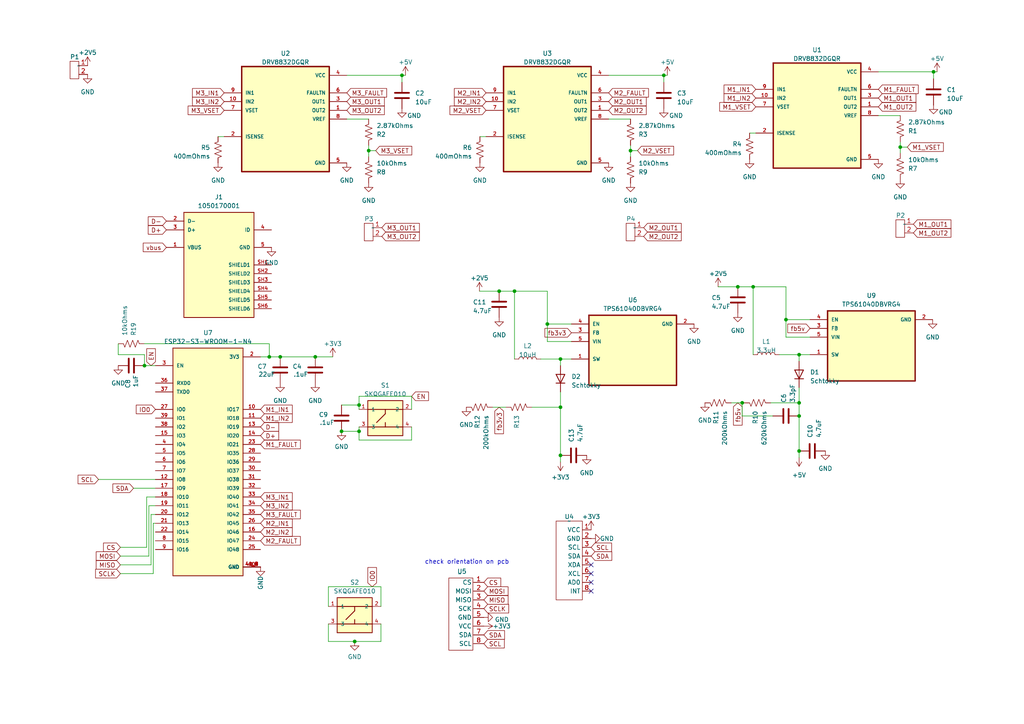
<source format=kicad_sch>
(kicad_sch (version 20230121) (generator eeschema)
  (paper "A4")
  (lib_symbols
    (symbol "1050170001:1050170001" (pin_names (offset 1.016))
      (property "Reference" "J" (at -10.16 16.51 0))
      (property "Value" "1050170001" (at -10.16 -17.78 0))
      (symbol "1050170001_0_0"
        (rectangle (start -10.16 -15.24) (end 10.16 15.24) (stroke (width 0.254)) (fill (type background)))
        (pin power_in line (at -15.24 5.08 0) (length 5.08) (name "VBUS") (number "1"))
        (pin bidirectional line (at -15.24 12.7 0) (length 5.08) (name "D-") (number "2"))
        (pin bidirectional line (at -15.24 10.16 0) (length 5.08) (name "D+") (number "3"))
        (pin bidirectional line (at 15.24 10.16 180) (length 5.08) (name "ID") (number "4"))
        (pin power_in line (at 15.24 5.08 180) (length 5.08) (name "GND") (number "5"))
        (pin passive line (at 15.24 0 180) (length 5.08) (name "SHIELD1") (number "SH1"))
        (pin passive line (at 15.24 -2.54 180) (length 5.08) (name "SHIELD2") (number "SH2"))
        (pin passive line (at 15.24 -5.08 180) (length 5.08) (name "SHIELD3") (number "SH3"))
        (pin passive line (at 15.24 -7.62 180) (length 5.08) (name "SHIELD4") (number "SH4"))
        (pin passive line (at 15.24 -10.16 180) (length 5.08) (name "SHIELD5") (number "SH5"))
        (pin passive line (at 15.24 -12.7 180) (length 5.08) (name "SHIELD6") (number "SH6"))
      )
    )
    (symbol "DRV8832DGQR:DRV8832DGQR" (pin_names (offset 1.016))
      (property "Reference" "U" (at -12.7 16.24 0))
      (property "Value" "DRV8832DGQR" (at -12.7 -19.24 0))
      (symbol "DRV8832DGQR_0_0"
        (rectangle (start -12.7 -15.24) (end 12.7 15.24) (stroke (width 0.41)) (fill (type background)))
        (pin output line (at 17.78 2.54 180) (length 5.08) (name "OUT2") (number "1"))
        (pin input line (at -17.78 5.08 0) (length 5.08) (name "IN2") (number "10"))
        (pin bidirectional line (at -17.78 -5.08 0) (length 5.08) (name "ISENSE") (number "2"))
        (pin output line (at 17.78 5.08 180) (length 5.08) (name "OUT1") (number "3"))
        (pin power_in line (at 17.78 12.7 180) (length 5.08) (name "VCC") (number "4"))
        (pin power_in line (at 17.78 -12.7 180) (length 5.08) (name "GND") (number "5"))
        (pin output line (at 17.78 7.62 180) (length 5.08) (name "FAULTN") (number "6"))
        (pin input line (at -17.78 2.54 0) (length 5.08) (name "VSET") (number "7"))
        (pin output line (at 17.78 0 180) (length 5.08) (name "VREF") (number "8"))
        (pin input line (at -17.78 7.62 0) (length 5.08) (name "IN1") (number "9"))
      )
    )
    (symbol "Device:C" (pin_numbers hide) (pin_names (offset 0.254))
      (property "Reference" "C" (at 0.635 2.54 0))
      (property "Value" "C" (at 0.635 -2.54 0))
      (symbol "C_0_1"
        (polyline (pts (xy -2.032 -0.762) (xy 2.032 -0.762)) (stroke (width 0.508)))
        (polyline (pts (xy -2.032 0.762) (xy 2.032 0.762)) (stroke (width 0.508)))
      )
      (symbol "C_1_1"
        (pin passive line (at 0 3.81 270) (length 2.794) (name "~") (number "1"))
        (pin passive line (at 0 -3.81 90) (length 2.794) (name "~") (number "2"))
      )
    )
    (symbol "Device:L" (pin_numbers hide) (pin_names (offset 1.016) hide)
      (property "Reference" "L" (at -1.27 0 90))
      (property "Value" "L" (at 1.905 0 90))
      (symbol "L_0_1"
        (arc (start 0 -2.54) (mid 0.6323 -1.905) (end 0 -1.27))
        (arc (start 0 -1.27) (mid 0.6323 -0.635) (end 0 0))
        (arc (start 0 0) (mid 0.6323 0.635) (end 0 1.27))
        (arc (start 0 1.27) (mid 0.6323 1.905) (end 0 2.54))
      )
      (symbol "L_1_1"
        (pin passive line (at 0 3.81 270) (length 1.27) (name "1") (number "1"))
        (pin passive line (at 0 -3.81 90) (length 1.27) (name "2") (number "2"))
      )
    )
    (symbol "Device:R_US" (pin_numbers hide) (pin_names (offset 0))
      (property "Reference" "R" (at 2.54 0 90))
      (property "Value" "R_US" (at -2.54 0 90))
      (symbol "R_US_0_1"
        (polyline (pts (xy 0 -2.286) (xy 0 -2.54)))
        (polyline (pts (xy 0 2.286) (xy 0 2.54)))
        (polyline (pts (xy 0 -0.762) (xy 1.016 -1.143) (xy 0 -1.524) (xy -1.016 -1.905) (xy 0 -2.286)))
        (polyline (pts (xy 0 0.762) (xy 1.016 0.381) (xy 0 0) (xy -1.016 -0.381) (xy 0 -0.762)))
        (polyline (pts (xy 0 2.286) (xy 1.016 1.905) (xy 0 1.524) (xy -1.016 1.143) (xy 0 0.762)))
      )
      (symbol "R_US_1_1"
        (pin passive line (at 0 3.81 270) (length 1.27) (name "~") (number "1"))
        (pin passive line (at 0 -3.81 90) (length 1.27) (name "~") (number "2"))
      )
    )
    (symbol "Diode:1N5403" (pin_numbers hide) (pin_names hide)
      (property "Reference" "D" (at 0 2.54 0))
      (property "Value" "1N5403" (at 0 -2.54 0))
      (symbol "1N5403_0_1"
        (polyline (pts (xy -1.27 1.27) (xy -1.27 -1.27)) (stroke (width 0.254)))
        (polyline (pts (xy 1.27 0) (xy -1.27 0)))
        (polyline (pts (xy 1.27 1.27) (xy 1.27 -1.27) (xy -1.27 0) (xy 1.27 1.27)) (stroke (width 0.254)))
      )
      (symbol "1N5403_1_1"
        (pin passive line (at -3.81 0 0) (length 2.54) (name "K") (number "1"))
        (pin passive line (at 3.81 0 180) (length 2.54) (name "A") (number "2"))
      )
    )
    (symbol "ESP32-S3-WROOM-1-N4:ESP32-S3-WROOM-1-N4" (pin_names (offset 1.016))
      (property "Reference" "U" (at -10.16 34.1122 0))
      (property "Value" "ESP32-S3-WROOM-1-N4" (at -10.16 -35.56 0))
      (symbol "ESP32-S3-WROOM-1-N4_0_0"
        (rectangle (start -10.16 -33.02) (end 10.16 33.02) (stroke (width 0.254)) (fill (type background)))
        (pin power_in line (at 15.24 -30.48 180) (length 5.08) (name "GND") (number "1"))
        (pin bidirectional line (at 15.24 15.24 180) (length 5.08) (name "IO17") (number "10"))
        (pin bidirectional line (at 15.24 12.7 180) (length 5.08) (name "IO18") (number "11"))
        (pin bidirectional line (at -15.24 -5.08 0) (length 5.08) (name "IO8") (number "12"))
        (pin bidirectional line (at 15.24 10.16 180) (length 5.08) (name "IO19") (number "13"))
        (pin bidirectional line (at 15.24 7.62 180) (length 5.08) (name "IO20") (number "14"))
        (pin bidirectional line (at -15.24 7.62 0) (length 5.08) (name "IO3") (number "15"))
        (pin bidirectional line (at 15.24 -20.32 180) (length 5.08) (name "IO46") (number "16"))
        (pin bidirectional line (at -15.24 -7.62 0) (length 5.08) (name "IO9") (number "17"))
        (pin bidirectional line (at -15.24 -10.16 0) (length 5.08) (name "IO10") (number "18"))
        (pin bidirectional line (at -15.24 -12.7 0) (length 5.08) (name "IO11") (number "19"))
        (pin power_in line (at 15.24 30.48 180) (length 5.08) (name "3V3") (number "2"))
        (pin bidirectional line (at -15.24 -15.24 0) (length 5.08) (name "IO12") (number "20"))
        (pin bidirectional line (at -15.24 -17.78 0) (length 5.08) (name "IO13") (number "21"))
        (pin bidirectional line (at -15.24 -20.32 0) (length 5.08) (name "IO14") (number "22"))
        (pin bidirectional line (at 15.24 5.08 180) (length 5.08) (name "IO21") (number "23"))
        (pin bidirectional line (at 15.24 -22.86 180) (length 5.08) (name "IO47") (number "24"))
        (pin bidirectional line (at 15.24 -25.4 180) (length 5.08) (name "IO48") (number "25"))
        (pin bidirectional line (at 15.24 -17.78 180) (length 5.08) (name "IO45") (number "26"))
        (pin bidirectional line (at -15.24 15.24 0) (length 5.08) (name "IO0") (number "27"))
        (pin bidirectional line (at 15.24 2.54 180) (length 5.08) (name "IO35") (number "28"))
        (pin bidirectional line (at 15.24 0 180) (length 5.08) (name "IO36") (number "29"))
        (pin input line (at -15.24 27.94 0) (length 5.08) (name "EN") (number "3"))
        (pin bidirectional line (at 15.24 -2.54 180) (length 5.08) (name "IO37") (number "30"))
        (pin bidirectional line (at 15.24 -5.08 180) (length 5.08) (name "IO38") (number "31"))
        (pin bidirectional line (at 15.24 -7.62 180) (length 5.08) (name "IO39") (number "32"))
        (pin bidirectional line (at 15.24 -10.16 180) (length 5.08) (name "IO40") (number "33"))
        (pin bidirectional line (at 15.24 -12.7 180) (length 5.08) (name "IO41") (number "34"))
        (pin bidirectional line (at 15.24 -15.24 180) (length 5.08) (name "IO42") (number "35"))
        (pin bidirectional line (at -15.24 22.86 0) (length 5.08) (name "RXD0") (number "36"))
        (pin bidirectional line (at -15.24 20.32 0) (length 5.08) (name "TXD0") (number "37"))
        (pin bidirectional line (at -15.24 10.16 0) (length 5.08) (name "IO2") (number "38"))
        (pin bidirectional line (at -15.24 12.7 0) (length 5.08) (name "IO1") (number "39"))
        (pin bidirectional line (at -15.24 5.08 0) (length 5.08) (name "IO4") (number "4"))
        (pin power_in line (at 15.24 -30.48 180) (length 5.08) (name "GND") (number "40"))
        (pin power_in line (at 15.24 -30.48 180) (length 5.08) (name "GND") (number "41_1"))
        (pin power_in line (at 15.24 -30.48 180) (length 5.08) (name "GND") (number "41_2"))
        (pin power_in line (at 15.24 -30.48 180) (length 5.08) (name "GND") (number "41_3"))
        (pin power_in line (at 15.24 -30.48 180) (length 5.08) (name "GND") (number "41_4"))
        (pin power_in line (at 15.24 -30.48 180) (length 5.08) (name "GND") (number "41_5"))
        (pin power_in line (at 15.24 -30.48 180) (length 5.08) (name "GND") (number "41_6"))
        (pin power_in line (at 15.24 -30.48 180) (length 5.08) (name "GND") (number "41_7"))
        (pin power_in line (at 15.24 -30.48 180) (length 5.08) (name "GND") (number "41_8"))
        (pin power_in line (at 15.24 -30.48 180) (length 5.08) (name "GND") (number "41_9"))
        (pin bidirectional line (at -15.24 2.54 0) (length 5.08) (name "IO5") (number "5"))
        (pin bidirectional line (at -15.24 0 0) (length 5.08) (name "IO6") (number "6"))
        (pin bidirectional line (at -15.24 -2.54 0) (length 5.08) (name "IO7") (number "7"))
        (pin bidirectional line (at -15.24 -22.86 0) (length 5.08) (name "IO15") (number "8"))
        (pin bidirectional line (at -15.24 -25.4 0) (length 5.08) (name "IO16") (number "9"))
      )
    )
    (symbol "SKQGAFE010:SKQGAFE010" (pin_names (offset 1.016))
      (property "Reference" "S" (at -5.0865 5.3408 0))
      (property "Value" "SKQGAFE010" (at -5.0819 -7.6228 0))
      (symbol "SKQGAFE010_0_0"
        (rectangle (start -5.08 -5.08) (end 5.08 5.08) (stroke (width 0.254)) (fill (type background)))
        (polyline (pts (xy -5.08 -2.54) (xy 0 -2.54)) (stroke (width 0.254)))
        (polyline (pts (xy -5.08 2.54) (xy 0 2.54)) (stroke (width 0.254)))
        (polyline (pts (xy 0 -2.54) (xy 0 -1.27)) (stroke (width 0.254)))
        (polyline (pts (xy 0 -2.54) (xy 5.08 -2.54)) (stroke (width 0.254)))
        (polyline (pts (xy 0 1.27) (xy -2.54 -1.27)) (stroke (width 0.254)))
        (polyline (pts (xy 0 2.54) (xy 0 1.27)) (stroke (width 0.254)))
        (polyline (pts (xy 0 2.54) (xy 5.08 2.54)) (stroke (width 0.254)))
        (pin passive line (at -7.62 2.54 0) (length 2.54) (name "1") (number "1"))
        (pin passive line (at 7.62 2.54 180) (length 2.54) (name "2") (number "2"))
        (pin passive line (at -7.62 -2.54 0) (length 2.54) (name "3") (number "3"))
        (pin passive line (at 7.62 -2.54 180) (length 2.54) (name "4") (number "4"))
      )
    )
    (symbol "TPS61040DBVRG4:TPS61040DBVRG4" (pin_names (offset 1.016))
      (property "Reference" "U" (at -12.7 11.16 0))
      (property "Value" "TPS61040DBVRG4" (at -12.7 -14.16 0))
      (symbol "TPS61040DBVRG4_0_0"
        (rectangle (start -12.7 -10.16) (end 12.7 10.16) (stroke (width 0.41)) (fill (type background)))
        (pin bidirectional line (at -17.78 -2.54 0) (length 5.08) (name "SW") (number "1"))
        (pin power_in line (at 17.78 7.62 180) (length 5.08) (name "GND") (number "2"))
        (pin input line (at -17.78 5.08 0) (length 5.08) (name "FB") (number "3"))
        (pin input line (at -17.78 7.62 0) (length 5.08) (name "EN") (number "4"))
        (pin input line (at -17.78 2.54 0) (length 5.08) (name "VIN") (number "5"))
      )
    )
    (symbol "camera:camera"
      (property "Reference" "U" (at 0 0 0))
      (symbol "camera_0_1"
        (rectangle (start -3.175 -1.27) (end 3.81 -22.225))
      )
      (symbol "camera_1_1"
        (pin unspecified line (at 6.985 -2.54 180) (length 3) (name "CS") (number "1"))
        (pin unspecified line (at 6.985 -5.08 180) (length 3) (name "MOSI") (number "2"))
        (pin unspecified line (at 6.985 -7.62 180) (length 3) (name "MISO") (number "3"))
        (pin unspecified line (at 6.985 -10.16 180) (length 3) (name "SCK") (number "4"))
        (pin unspecified line (at 6.985 -12.7 180) (length 3) (name "GND") (number "5"))
        (pin unspecified line (at 6.985 -15.24 180) (length 3) (name "VCC") (number "6"))
        (pin unspecified line (at 6.985 -17.78 180) (length 3) (name "SDA") (number "7"))
        (pin unspecified line (at 6.985 -20.32 180) (length 3) (name "SCL") (number "8"))
      )
    )
    (symbol "gyro:gyro"
      (property "Reference" "U" (at 0 1.27 0))
      (symbol "gyro_0_1"
        (rectangle (start -3.81 0) (end 3.81 -22.86))
      )
      (symbol "gyro_1_1"
        (pin input line (at 6.35 -2.54 180) (length 2.54) (name "VCC") (number "1"))
        (pin input line (at 6.35 -5.08 180) (length 2.54) (name "GND") (number "2"))
        (pin unspecified line (at 6.35 -7.62 180) (length 2.54) (name "SCL") (number "3"))
        (pin unspecified line (at 6.35 -10.16 180) (length 2.54) (name "SDA") (number "4"))
        (pin unspecified line (at 6.35 -12.7 180) (length 2.54) (name "XDA") (number "5"))
        (pin unspecified line (at 6.35 -15.24 180) (length 2.54) (name "XCL") (number "6"))
        (pin unspecified line (at 6.35 -17.78 180) (length 2.54) (name "AD0") (number "7"))
        (pin unspecified line (at 6.35 -20.32 180) (length 2.54) (name "INT") (number "8"))
      )
    )
    (symbol "power:+2V5" (power) (pin_names (offset 0))
      (property "Value" "+2V5" (at 0 3.556 0))
      (symbol "+2V5_0_1"
        (polyline (pts (xy -0.762 1.27) (xy 0 2.54)))
        (polyline (pts (xy 0 0) (xy 0 2.54)))
        (polyline (pts (xy 0 2.54) (xy 0.762 1.27)))
      )
      (symbol "+2V5_1_1"
        (pin power_in line (at 0 0 90) (length 0) hide (name "+2V5") (number "1"))
      )
    )
    (symbol "power:+3V3" (power) (pin_names (offset 0))
      (property "Value" "+3V3" (at 0 3.556 0))
      (symbol "+3V3_0_1"
        (polyline (pts (xy -0.762 1.27) (xy 0 2.54)))
        (polyline (pts (xy 0 0) (xy 0 2.54)))
        (polyline (pts (xy 0 2.54) (xy 0.762 1.27)))
      )
      (symbol "+3V3_1_1"
        (pin power_in line (at 0 0 90) (length 0) hide (name "+3V3") (number "1"))
      )
    )
    (symbol "power:+5V" (power) (pin_names (offset 0))
      (property "Value" "+5V" (at 0 3.556 0))
      (symbol "+5V_0_1"
        (polyline (pts (xy -0.762 1.27) (xy 0 2.54)))
        (polyline (pts (xy 0 0) (xy 0 2.54)))
        (polyline (pts (xy 0 2.54) (xy 0.762 1.27)))
      )
      (symbol "+5V_1_1"
        (pin power_in line (at 0 0 90) (length 0) hide (name "+5V") (number "1"))
      )
    )
    (symbol "power:GND" (power) (pin_names (offset 0))
      (property "Value" "GND" (at 0 -3.81 0))
      (symbol "GND_0_1"
        (polyline (pts (xy 0 0) (xy 0 -1.27) (xy 1.27 -1.27) (xy 0 -2.54) (xy -1.27 -1.27) (xy 0 -1.27)))
      )
      (symbol "GND_1_1"
        (pin power_in line (at 0 0 270) (length 0) hide (name "GND") (number "1"))
      )
    )
    (symbol "twopad:twopad"
      (property "Reference" "P" (at -1.27 2.54 0))
      (symbol "twopad_0_1"
        (rectangle (start -2.54 1.27) (end 0 -3.81))
      )
      (symbol "twopad_1_1"
        (pin bidirectional line (at 2.54 0 180) (length 2.54) (name "") (number "1"))
        (pin bidirectional line (at 2.54 -2.54 180) (length 2.54) (name "") (number "2"))
      )
    )
  )
  (junction (at 149.225 84.455))
  (junction (at 102.87 186.055))
  (junction (at 41.91 106.045))
  (junction (at 162.56 132.08))
  (junction (at 261.112 42.672))
  (junction (at 231.775 116.84))
  (junction (at 144.78 84.455))
  (junction (at 162.56 118.11))
  (junction (at 231.775 120.65))
  (junction (at 213.995 83.185))
  (junction (at 218.44 83.185))
  (junction (at 104.14 117.475))
  (junction (at 104.14 125.095))
  (junction (at 227.965 92.71))
  (junction (at 182.88 43.688))
  (junction (at 162.56 104.14))
  (junction (at 78.105 103.505))
  (junction (at 106.934 43.688))
  (junction (at 215.265 116.84))
  (junction (at 158.75 93.98))
  (junction (at 99.06 125.095))
  (junction (at 192.532 21.844))
  (junction (at 116.586 21.844))
  (junction (at 91.44 103.505))
  (junction (at 81.28 103.505))
  (junction (at 270.764 20.828))
  (junction (at 231.775 102.87))
  (junction (at 231.775 130.81))
  (no_connect (at 171.45 166.37))
  (no_connect (at 171.45 163.83))
  (no_connect (at 171.45 171.45))
  (no_connect (at 171.45 168.91))
  (wire (pts (xy 223.52 116.84) (xy 231.775 116.84)))
  (wire (pts (xy 104.14 118.745) (xy 104.14 117.475)))
  (wire (pts (xy 34.925 163.83) (xy 43.815 163.83)))
  (wire (pts (xy 44.45 151.765) (xy 45.085 151.765)))
  (wire (pts (xy 78.105 103.505) (xy 81.28 103.505)))
  (wire (pts (xy 158.75 93.98) (xy 165.735 93.98)))
  (wire (pts (xy 116.586 21.844) (xy 116.586 23.876)))
  (wire (pts (xy 217.424 38.608) (xy 219.202 38.608)))
  (wire (pts (xy 254.762 33.528) (xy 261.112 33.528)))
  (wire (pts (xy 231.775 112.395) (xy 231.775 116.84)))
  (wire (pts (xy 144.78 84.455) (xy 149.225 84.455)))
  (wire (pts (xy 227.965 97.79) (xy 234.95 97.79)))
  (wire (pts (xy 231.775 120.65) (xy 231.775 130.81)))
  (wire (pts (xy 176.53 34.544) (xy 182.88 34.544)))
  (wire (pts (xy 162.56 104.14) (xy 162.56 106.045)))
  (wire (pts (xy 34.925 158.75) (xy 42.545 158.75)))
  (wire (pts (xy 192.532 21.844) (xy 193.548 21.844)))
  (wire (pts (xy 227.965 83.185) (xy 227.965 92.71)))
  (wire (pts (xy 43.815 163.83) (xy 43.815 149.225)))
  (wire (pts (xy 270.764 20.828) (xy 270.764 22.86)))
  (wire (pts (xy 139.192 39.624) (xy 140.97 39.624)))
  (wire (pts (xy 149.225 84.455) (xy 158.75 84.455)))
  (wire (pts (xy 100.584 34.544) (xy 106.934 34.544)))
  (wire (pts (xy 95.25 180.975) (xy 95.25 186.055)))
  (wire (pts (xy 41.91 99.695) (xy 78.105 99.695)))
  (wire (pts (xy 91.44 103.505) (xy 96.52 103.505)))
  (wire (pts (xy 142.875 118.11) (xy 146.685 118.11)))
  (wire (pts (xy 43.18 146.685) (xy 45.085 146.685)))
  (wire (pts (xy 34.29 102.87) (xy 41.91 102.87)))
  (wire (pts (xy 63.246 39.624) (xy 65.024 39.624)))
  (wire (pts (xy 231.775 102.87) (xy 234.95 102.87)))
  (wire (pts (xy 156.845 104.14) (xy 162.56 104.14)))
  (wire (pts (xy 182.88 43.688) (xy 182.88 45.466)))
  (wire (pts (xy 104.14 117.475) (xy 104.14 114.935)))
  (wire (pts (xy 213.995 83.185) (xy 218.44 83.185)))
  (wire (pts (xy 81.28 103.505) (xy 91.44 103.505)))
  (wire (pts (xy 218.44 102.87) (xy 218.44 83.185)))
  (wire (pts (xy 215.265 116.84) (xy 215.265 120.65)))
  (wire (pts (xy 106.934 43.688) (xy 108.966 43.688)))
  (wire (pts (xy 192.532 21.844) (xy 192.532 23.876)))
  (wire (pts (xy 215.265 120.65) (xy 224.155 120.65)))
  (wire (pts (xy 227.965 92.71) (xy 234.95 92.71)))
  (wire (pts (xy 162.56 118.11) (xy 162.56 132.08)))
  (wire (pts (xy 139.065 84.455) (xy 144.78 84.455)))
  (wire (pts (xy 231.775 102.87) (xy 231.775 104.775)))
  (wire (pts (xy 104.14 123.825) (xy 104.14 125.095)))
  (wire (pts (xy 116.586 21.844) (xy 117.602 21.844)))
  (wire (pts (xy 261.112 42.672) (xy 261.112 44.45)))
  (wire (pts (xy 162.56 132.08) (xy 162.56 133.985)))
  (wire (pts (xy 38.735 141.605) (xy 45.085 141.605)))
  (wire (pts (xy 149.225 104.14) (xy 149.225 84.455)))
  (wire (pts (xy 119.38 127.635) (xy 104.14 127.635)))
  (wire (pts (xy 106.934 42.164) (xy 106.934 43.688)))
  (wire (pts (xy 119.38 114.935) (xy 119.38 118.745)))
  (wire (pts (xy 41.91 106.045) (xy 45.085 106.045)))
  (wire (pts (xy 254.762 20.828) (xy 270.764 20.828)))
  (wire (pts (xy 41.91 102.87) (xy 41.91 106.045)))
  (wire (pts (xy 78.105 99.695) (xy 78.105 103.505)))
  (wire (pts (xy 104.14 125.095) (xy 104.14 127.635)))
  (wire (pts (xy 212.09 116.84) (xy 215.265 116.84)))
  (wire (pts (xy 182.88 42.164) (xy 182.88 43.688)))
  (wire (pts (xy 43.815 149.225) (xy 45.085 149.225)))
  (wire (pts (xy 99.06 117.475) (xy 104.14 117.475)))
  (wire (pts (xy 110.49 170.18) (xy 110.49 175.895)))
  (wire (pts (xy 162.56 104.14) (xy 165.735 104.14)))
  (wire (pts (xy 42.545 158.75) (xy 42.545 144.145)))
  (wire (pts (xy 28.575 139.065) (xy 45.085 139.065)))
  (wire (pts (xy 102.87 186.055) (xy 110.49 186.055)))
  (wire (pts (xy 218.44 83.185) (xy 227.965 83.185)))
  (wire (pts (xy 158.75 99.06) (xy 165.735 99.06)))
  (wire (pts (xy 158.75 93.98) (xy 158.75 99.06)))
  (wire (pts (xy 208.28 83.185) (xy 213.995 83.185)))
  (wire (pts (xy 95.25 175.895) (xy 95.25 170.18)))
  (wire (pts (xy 99.06 125.095) (xy 104.14 125.095)))
  (wire (pts (xy 75.565 103.505) (xy 78.105 103.505)))
  (wire (pts (xy 231.775 130.81) (xy 231.775 132.715)))
  (wire (pts (xy 215.265 116.84) (xy 215.9 116.84)))
  (wire (pts (xy 162.56 113.665) (xy 162.56 118.11)))
  (wire (pts (xy 110.49 186.055) (xy 110.49 180.975)))
  (wire (pts (xy 261.112 42.672) (xy 263.144 42.672)))
  (wire (pts (xy 95.25 170.18) (xy 110.49 170.18)))
  (wire (pts (xy 44.45 166.37) (xy 44.45 151.765)))
  (wire (pts (xy 154.305 118.11) (xy 162.56 118.11)))
  (wire (pts (xy 226.06 102.87) (xy 231.775 102.87)))
  (wire (pts (xy 34.29 99.695) (xy 34.29 102.87)))
  (wire (pts (xy 158.75 84.455) (xy 158.75 93.98)))
  (wire (pts (xy 119.38 123.825) (xy 119.38 127.635)))
  (wire (pts (xy 176.53 21.844) (xy 192.532 21.844)))
  (wire (pts (xy 182.88 43.688) (xy 184.912 43.688)))
  (wire (pts (xy 270.764 20.828) (xy 271.78 20.828)))
  (wire (pts (xy 104.14 114.935) (xy 119.38 114.935)))
  (wire (pts (xy 261.112 41.148) (xy 261.112 42.672)))
  (wire (pts (xy 34.925 166.37) (xy 44.45 166.37)))
  (wire (pts (xy 42.545 144.145) (xy 45.085 144.145)))
  (wire (pts (xy 95.25 186.055) (xy 102.87 186.055)))
  (wire (pts (xy 231.775 116.84) (xy 231.775 120.65)))
  (wire (pts (xy 106.934 43.688) (xy 106.934 45.466)))
  (wire (pts (xy 227.965 92.71) (xy 227.965 97.79)))
  (wire (pts (xy 34.925 161.29) (xy 43.18 161.29)))
  (wire (pts (xy 100.584 21.844) (xy 116.586 21.844)))
  (wire (pts (xy 43.18 161.29) (xy 43.18 146.685)))
  (text "check orientation on pcb" (at 123.19 163.83 0) (effects (font (size 1.27 1.27)) (justify left bottom)))
  (global_label "IO0" (shape input) (at 45.085 118.745 180) (property "Intersheetrefs" "${INTERSHEET_REFS}" (effects hide)))
  (global_label "SCL" (shape input) (at 28.575 139.065 180) (property "Intersheetrefs" "${INTERSHEET_REFS}" (effects hide)))
  (global_label "M1_IN1" (shape input) (at 75.565 118.745 0) (property "Intersheetrefs" "${INTERSHEET_REFS}" (effects hide)))
  (global_label "M3_VSET" (shape input) (at 65.024 32.004 180) (property "Intersheetrefs" "${INTERSHEET_REFS}" (effects hide)))
  (global_label "M3_OUT1" (shape input) (at 100.584 29.464 0) (property "Intersheetrefs" "${INTERSHEET_REFS}" (effects hide)))
  (global_label "M3_IN1" (shape input) (at 65.024 26.924 180) (property "Intersheetrefs" "${INTERSHEET_REFS}" (effects hide)))
  (global_label "M3_OUT1" (shape input) (at 110.744 66.04 0) (property "Intersheetrefs" "${INTERSHEET_REFS}" (effects hide)))
  (global_label "M1_OUT1" (shape input) (at 254.762 28.448 0) (property "Intersheetrefs" "${INTERSHEET_REFS}" (effects hide)))
  (global_label "M2_OUT2" (shape input) (at 176.53 32.004 0) (property "Intersheetrefs" "${INTERSHEET_REFS}" (effects hide)))
  (global_label "M3_OUT2" (shape input) (at 100.584 32.004 0) (property "Intersheetrefs" "${INTERSHEET_REFS}" (effects hide)))
  (global_label "fb5v" (shape input) (at 234.95 95.25 180) (property "Intersheetrefs" "${INTERSHEET_REFS}" (effects hide)))
  (global_label "M1_FAULT" (shape input) (at 75.565 128.905 0) (property "Intersheetrefs" "${INTERSHEET_REFS}" (effects hide)))
  (global_label "M2_IN1" (shape input) (at 75.565 151.765 0) (property "Intersheetrefs" "${INTERSHEET_REFS}" (effects hide)))
  (global_label "D+" (shape input) (at 48.26 66.675 180) (property "Intersheetrefs" "${INTERSHEET_REFS}" (effects hide)))
  (global_label "M2_VSET" (shape input) (at 184.912 43.688 0) (property "Intersheetrefs" "${INTERSHEET_REFS}" (effects hide)))
  (global_label "fb5v" (shape input) (at 213.995 116.84 270) (property "Intersheetrefs" "${INTERSHEET_REFS}" (effects hide)))
  (global_label "D+" (shape input) (at 75.565 126.365 0) (property "Intersheetrefs" "${INTERSHEET_REFS}" (effects hide)))
  (global_label "MOSI" (shape input) (at 140.335 171.45 0) (property "Intersheetrefs" "${INTERSHEET_REFS}" (effects hide)))
  (global_label "D-" (shape input) (at 75.565 123.825 0) (property "Intersheetrefs" "${INTERSHEET_REFS}" (effects hide)))
  (global_label "M1_VSET" (shape input) (at 219.202 30.988 180) (property "Intersheetrefs" "${INTERSHEET_REFS}" (effects hide)))
  (global_label "EN" (shape input) (at 43.815 106.045 90) (property "Intersheetrefs" "${INTERSHEET_REFS}" (effects hide)))
  (global_label "M1_IN1" (shape input) (at 219.202 25.908 180) (property "Intersheetrefs" "${INTERSHEET_REFS}" (effects hide)))
  (global_label "SDA" (shape input) (at 171.45 161.29 0) (property "Intersheetrefs" "${INTERSHEET_REFS}" (effects hide)))
  (global_label "MISO" (shape input) (at 34.925 163.83 180) (property "Intersheetrefs" "${INTERSHEET_REFS}" (effects hide)))
  (global_label "SCL" (shape input) (at 171.45 158.75 0) (property "Intersheetrefs" "${INTERSHEET_REFS}" (effects hide)))
  (global_label "M2_OUT2" (shape input) (at 186.69 68.58 0) (property "Intersheetrefs" "${INTERSHEET_REFS}" (effects hide)))
  (global_label "EN" (shape input) (at 119.38 114.935 0) (property "Intersheetrefs" "${INTERSHEET_REFS}" (effects hide)))
  (global_label "MISO" (shape input) (at 140.335 173.99 0) (property "Intersheetrefs" "${INTERSHEET_REFS}" (effects hide)))
  (global_label "M1_IN2" (shape input) (at 219.202 28.448 180) (property "Intersheetrefs" "${INTERSHEET_REFS}" (effects hide)))
  (global_label "MOSI" (shape input) (at 34.925 161.29 180) (property "Intersheetrefs" "${INTERSHEET_REFS}" (effects hide)))
  (global_label "M2_IN2" (shape input) (at 75.565 154.305 0) (property "Intersheetrefs" "${INTERSHEET_REFS}" (effects hide)))
  (global_label "CS" (shape input) (at 34.925 158.75 180) (property "Intersheetrefs" "${INTERSHEET_REFS}" (effects hide)))
  (global_label "M2_IN2" (shape input) (at 140.97 29.464 180) (property "Intersheetrefs" "${INTERSHEET_REFS}" (effects hide)))
  (global_label "M2_IN1" (shape input) (at 140.97 26.924 180) (property "Intersheetrefs" "${INTERSHEET_REFS}" (effects hide)))
  (global_label "M1_OUT1" (shape input) (at 264.922 65.024 0) (property "Intersheetrefs" "${INTERSHEET_REFS}" (effects hide)))
  (global_label "M1_OUT2" (shape input) (at 264.922 67.564 0) (property "Intersheetrefs" "${INTERSHEET_REFS}" (effects hide)))
  (global_label "M3_FAULT" (shape input) (at 100.584 26.924 0) (property "Intersheetrefs" "${INTERSHEET_REFS}" (effects hide)))
  (global_label "SCLK" (shape input) (at 140.335 176.53 0) (property "Intersheetrefs" "${INTERSHEET_REFS}" (effects hide)))
  (global_label "M1_OUT2" (shape input) (at 254.762 30.988 0) (property "Intersheetrefs" "${INTERSHEET_REFS}" (effects hide)))
  (global_label "vbus" (shape input) (at 48.26 71.755 180) (property "Intersheetrefs" "${INTERSHEET_REFS}" (effects hide)))
  (global_label "M2_OUT1" (shape input) (at 186.69 66.04 0) (property "Intersheetrefs" "${INTERSHEET_REFS}" (effects hide)))
  (global_label "M3_IN2" (shape input) (at 75.565 146.685 0) (property "Intersheetrefs" "${INTERSHEET_REFS}" (effects hide)))
  (global_label "M3_IN2" (shape input) (at 65.024 29.464 180) (property "Intersheetrefs" "${INTERSHEET_REFS}" (effects hide)))
  (global_label "M2_VSET" (shape input) (at 140.97 32.004 180) (property "Intersheetrefs" "${INTERSHEET_REFS}" (effects hide)))
  (global_label "M3_IN1" (shape input) (at 75.565 144.145 0) (property "Intersheetrefs" "${INTERSHEET_REFS}" (effects hide)))
  (global_label "SCLK" (shape input) (at 34.925 166.37 180) (property "Intersheetrefs" "${INTERSHEET_REFS}" (effects hide)))
  (global_label "M1_IN2" (shape input) (at 75.565 121.285 0) (property "Intersheetrefs" "${INTERSHEET_REFS}" (effects hide)))
  (global_label "fb3v3" (shape input) (at 165.735 96.52 180) (property "Intersheetrefs" "${INTERSHEET_REFS}" (effects hide)))
  (global_label "D-" (shape input) (at 48.26 64.135 180) (property "Intersheetrefs" "${INTERSHEET_REFS}" (effects hide)))
  (global_label "SDA" (shape input) (at 38.735 141.605 180) (property "Intersheetrefs" "${INTERSHEET_REFS}" (effects hide)))
  (global_label "fb3v3" (shape input) (at 144.78 118.11 270) (property "Intersheetrefs" "${INTERSHEET_REFS}" (effects hide)))
  (global_label "M1_FAULT" (shape input) (at 254.762 25.908 0) (property "Intersheetrefs" "${INTERSHEET_REFS}" (effects hide)))
  (global_label "SDA" (shape input) (at 140.335 184.15 0) (property "Intersheetrefs" "${INTERSHEET_REFS}" (effects hide)))
  (global_label "IO0" (shape input) (at 107.95 170.18 90) (property "Intersheetrefs" "${INTERSHEET_REFS}" (effects hide)))
  (global_label "CS" (shape input) (at 140.335 168.91 0) (property "Intersheetrefs" "${INTERSHEET_REFS}" (effects hide)))
  (global_label "M2_FAULT" (shape input) (at 176.53 26.924 0) (property "Intersheetrefs" "${INTERSHEET_REFS}" (effects hide)))
  (global_label "M2_FAULT" (shape input) (at 75.565 156.845 0) (property "Intersheetrefs" "${INTERSHEET_REFS}" (effects hide)))
  (global_label "M1_VSET" (shape input) (at 263.144 42.672 0) (property "Intersheetrefs" "${INTERSHEET_REFS}" (effects hide)))
  (global_label "SCL" (shape input) (at 140.335 186.69 0) (property "Intersheetrefs" "${INTERSHEET_REFS}" (effects hide)))
  (global_label "M3_OUT2" (shape input) (at 110.744 68.58 0) (property "Intersheetrefs" "${INTERSHEET_REFS}" (effects hide)))
  (global_label "M3_VSET" (shape input) (at 108.966 43.688 0) (property "Intersheetrefs" "${INTERSHEET_REFS}" (effects hide)))
  (global_label "M2_OUT1" (shape input) (at 176.53 29.464 0) (property "Intersheetrefs" "${INTERSHEET_REFS}" (effects hide)))
  (global_label "M3_FAULT" (shape input) (at 75.565 149.225 0) (property "Intersheetrefs" "${INTERSHEET_REFS}" (effects hide)))
  (symbol (lib_id "Device:L") (at 222.25 102.87 90) (unit 1)
    (property "Reference" "L1" (at 222.25 99.06 90))
    (property "Value" "3.3uH" (at 222.25 101.6 90))
    (property "Footprint" "SRR1240-100M:IND_SRR1240-100M" (effects hide))
  )
  (symbol (lib_id "power:GND") (at 106.934 53.086 0) (unit 1)
    (property "Reference" "#PWR012" (effects hide))
    (property "Value" "GND" (at 106.934 58.166 0))
  )
  (symbol (lib_id "Device:R_US") (at 150.495 118.11 90) (mirror x) (unit 1)
    (property "Reference" "R13" (at 149.86 120.396 0) (effects (justify left)))
    (property "Value" "330kOhms" (effects hide))
    (property "Footprint" "standard:res1206" (effects hide))
  )
  (symbol (lib_id "Device:C") (at 227.965 120.65 90) (unit 1)
    (property "Reference" "C6" (at 227.33 116.84 0) (effects (justify left)))
    (property "Value" "3.3pF" (at 229.87 116.84 0) (effects (justify left)))
    (property "Footprint" "standard:cap1206" (effects hide))
  )
  (symbol (lib_id "Device:C") (at 91.44 107.315 0) (unit 1)
    (property "Reference" "C4" (at 84.836 106.299 0) (effects (justify left)))
    (property "Value" ".1uF" (at 85.09 108.585 0) (effects (justify left)))
    (property "Footprint" "standard:cap1206" (effects hide))
  )
  (symbol (lib_id "power:GND") (at 261.112 52.07 0) (unit 1)
    (property "Reference" "#PWR011" (effects hide))
    (property "Value" "GND" (at 261.112 57.15 0))
  )
  (symbol (lib_id "Device:R_US") (at 38.1 99.695 270) (mirror x) (unit 1)
    (property "Reference" "R19" (at 38.735 97.409 0) (effects (justify left)))
    (property "Value" "10kOhms" (at 36.195 97.409 0) (effects (justify left)))
    (property "Footprint" "standard:res1206" (effects hide))
  )
  (symbol (lib_id "power:+5V") (at 117.602 21.844 0) (unit 1)
    (property "Reference" "#PWR022" (effects hide))
    (property "Value" "+5V" (at 117.602 18.034 0))
  )
  (symbol (lib_id "power:+3V3") (at 162.56 133.985 180) (unit 1)
    (property "Reference" "#PWR034" (effects hide))
    (property "Value" "+3V3" (at 162.56 138.43 0))
  )
  (symbol (lib_id "ESP32-S3-WROOM-1-N4:ESP32-S3-WROOM-1-N4") (at 60.325 133.985 0) (unit 1)
    (property "Reference" "U7" (at 60.325 96.52 0))
    (property "Value" "ESP32-S3-WROOM-1-N4" (at 60.325 99.06 0))
    (property "Footprint" "ESP32S3WROOM1N8R8:XCVR_ESP32S3WROOM1N8R8" (effects hide))
    (property "MF" "Espressif Systems" (effects hide))
    (property "MAXIMUM_PACKAGE_HEIGHT" "3.25mm" (effects hide))
    (property "Package" "NON STANDARD Espressif Systems" (effects hide))
    (property "Price" "None" (effects hide))
    (property "Check_prices" "https://www.snapeda.com/parts/ESP32-S3-WROOM-1-N4/Espressif+Systems/view-part/?ref=eda" (effects hide))
    (property "STANDARD" "Manufacturer Recommendations" (effects hide))
    (property "PARTREV" "v1.0" (effects hide))
    (property "SnapEDA_Link" "https://www.snapeda.com/parts/ESP32-S3-WROOM-1-N4/Espressif+Systems/view-part/?ref=snap" (effects hide))
    (property "MP" "ESP32-S3-WROOM-1-N4" (effects hide))
    (property "Purchase-URL" "https://www.snapeda.com/api/url_track_click_mouser/?unipart_id=12155510&manufacturer=Espressif Systems&part_name=ESP32-S3-WROOM-1-N4&search_term=esp32-s3-wroom-1-n4" (effects hide))
    (property "Description" "\nBluetooth, WiFi 802.11b/g/n, Bluetooth v5.0 Transceiver Module 2.4GHz PCB Trace Surface Mount\n" (effects hide))
    (property "Availability" "In Stock" (effects hide))
    (property "MANUFACTURER" "Espressif" (effects hide))
  )
  (symbol (lib_id "power:GND") (at 140.335 179.07 90) (unit 1)
    (property "Reference" "#PWR031" (effects hide))
    (property "Value" "GND" (at 143.51 179.705 90) (effects (justify right)))
  )
  (symbol (lib_id "Device:R_US") (at 219.71 116.84 90) (mirror x) (unit 1)
    (property "Reference" "R10" (at 219.075 119.126 0) (effects (justify left)))
    (property "Value" "620kOhms" (at 221.615 119.126 0) (effects (justify left)))
    (property "Footprint" "standard:res1206" (effects hide))
  )
  (symbol (lib_id "power:GND") (at 135.255 118.11 0) (unit 1)
    (property "Reference" "#PWR030" (effects hide))
    (property "Value" "GND" (at 135.255 123.19 0))
  )
  (symbol (lib_id "power:GND") (at 102.87 186.055 0) (unit 1)
    (property "Reference" "#PWR015" (effects hide))
    (property "Value" "GND" (at 102.87 190.5 0))
  )
  (symbol (lib_id "Device:R_US") (at 182.88 38.354 0) (mirror x) (unit 1)
    (property "Reference" "R3" (at 185.166 38.989 0) (effects (justify left)))
    (property "Value" "2.87kOhms" (at 185.166 36.449 0) (effects (justify left)))
    (property "Footprint" "standard:res1206" (effects hide))
  )
  (symbol (lib_id "gyro:gyro") (at 165.1 151.13 0) (unit 1)
    (property "Reference" "U4" (at 165.1 149.86 0))
    (property "Value" "~" (at 165.1 151.13 0))
    (property "Footprint" "Connector_PinSocket_2.54mm:PinSocket_1x08_P2.54mm_Vertical" (effects hide))
  )
  (symbol (lib_id "Device:R_US") (at 208.28 116.84 90) (mirror x) (unit 1)
    (property "Reference" "R11" (at 207.645 119.126 0) (effects (justify left)))
    (property "Value" "200kOhms" (at 210.185 119.126 0) (effects (justify left)))
    (property "Footprint" "standard:res1206" (effects hide))
  )
  (symbol (lib_id "power:GND") (at 78.74 71.755 0) (unit 1)
    (property "Reference" "#PWR016" (effects hide))
    (property "Value" "GND" (at 78.74 76.2 0))
  )
  (symbol (lib_id "Device:R_US") (at 139.065 118.11 90) (mirror x) (unit 1)
    (property "Reference" "R12" (at 138.43 120.396 0) (effects (justify left)))
    (property "Value" "200kOhms" (at 140.97 120.396 0) (effects (justify left)))
    (property "Footprint" "standard:res1206" (effects hide))
  )
  (symbol (lib_id "1050170001:1050170001") (at 63.5 76.835 0) (unit 1)
    (property "Reference" "J1" (at 63.5 57.15 0))
    (property "Value" "1050170001" (at 63.5 59.69 0))
    (property "Footprint" "1050170001:MOLEX_1050170001" (effects hide))
    (property "MF" "Molex" (effects hide))
    (property "OPTION" "MOLEX_CONFIG" (effects hide))
    (property "Package" "None" (effects hide))
    (property "Price" "None" (effects hide))
    (property "Check_prices" "https://www.snapeda.com/parts/1050170001/Molex/view-part/?ref=eda" (effects hide))
    (property "STANDARD" "Manufacturer Recommendations" (effects hide))
    (property "PARTREV" "F" (effects hide))
    (property "SnapEDA_Link" "https://www.snapeda.com/parts/1050170001/Molex/view-part/?ref=snap" (effects hide))
    (property "MP" "1050170001" (effects hide))
    (property "Purchase-URL" "https://www.snapeda.com/api/url_track_click_mouser/?unipart_id=2755530&manufacturer=Molex&part_name=1050170001&search_term=1050170001" (effects hide))
    (property "Description" "\nUSB - micro B USB 2.0 Receptacle Connector 5 Position Surface Mount, Right Angle; Through Hole\n" (effects hide))
    (property "MANUFACTURER" "Molex" (effects hide))
    (property "Availability" "In Stock" (effects hide))
    (property "MAXIMUM_PACKAGE_HEIGHT" "2.85mm" (effects hide))
  )
  (symbol (lib_id "Device:R_US") (at 261.112 48.26 0) (mirror x) (unit 1)
    (property "Reference" "R7" (at 263.398 48.895 0) (effects (justify left)))
    (property "Value" "10kOhms" (at 263.398 46.355 0) (effects (justify left)))
    (property "Footprint" "standard:res1206" (effects hide))
  )
  (symbol (lib_id "power:GND") (at 100.584 47.244 0) (unit 1)
    (property "Reference" "#PWR08" (effects hide))
    (property "Value" "GND" (at 100.584 52.324 0))
  )
  (symbol (lib_id "DRV8832DGQR:DRV8832DGQR") (at 82.804 34.544 0) (unit 1)
    (property "Reference" "U2" (at 82.804 15.494 0))
    (property "Value" "DRV8832DGQR" (at 82.804 18.034 0))
    (property "Footprint" "Library:IC_XTR111AIDGQRG4" (effects hide))
    (property "MF" "Texas Instruments" (effects hide))
    (property "Description" "\n7-V, 1-A H-bridge motor driver with voltage regulation\n" (effects hide))
    (property "Package" "HVSSOP-10 Texas Instruments" (effects hide))
    (property "Price" "None" (effects hide))
    (property "SnapEDA_Link" "https://www.snapeda.com/parts/DRV8832DGQR/Texas+Instruments/view-part/?ref=snap" (effects hide))
    (property "MP" "DRV8832DGQR" (effects hide))
    (property "Purchase-URL" "https://www.snapeda.com/api/url_track_click_mouser/?unipart_id=524350&manufacturer=Texas Instruments&part_name=DRV8832DGQR&search_term=drv8832dgqr" (effects hide))
    (property "Availability" "In Stock" (effects hide))
    (property "Check_prices" "https://www.snapeda.com/parts/DRV8832DGQR/Texas+Instruments/view-part/?ref=eda" (effects hide))
  )
  (symbol (lib_id "Device:C") (at 38.1 106.045 90) (unit 1)
    (property "Reference" "C8" (at 37.084 112.649 0) (effects (justify left)))
    (property "Value" "1uF" (at 39.37 112.395 0) (effects (justify left)))
    (property "Footprint" "standard:cap1206" (effects hide))
  )
  (symbol (lib_id "power:GND") (at 201.295 93.98 0) (unit 1)
    (property "Reference" "#PWR042" (effects hide))
    (property "Value" "GND" (at 201.295 99.06 0))
  )
  (symbol (lib_id "Device:C") (at 81.28 107.315 0) (unit 1)
    (property "Reference" "C7" (at 74.676 106.299 0) (effects (justify left)))
    (property "Value" "22uF" (at 74.93 108.585 0) (effects (justify left)))
    (property "Footprint" "standard:cap1206" (effects hide))
  )
  (symbol (lib_id "Device:C") (at 235.585 130.81 90) (unit 1)
    (property "Reference" "C10" (at 234.95 127 0) (effects (justify left)))
    (property "Value" "4.7uF" (at 237.49 127 0) (effects (justify left)))
    (property "Footprint" "standard:cap1206" (effects hide))
  )
  (symbol (lib_id "Device:C") (at 166.37 132.08 90) (unit 1)
    (property "Reference" "C13" (at 165.735 128.27 0) (effects (justify left)))
    (property "Value" "4.7uF" (at 168.275 128.27 0) (effects (justify left)))
    (property "Footprint" "standard:cap1206" (effects hide))
  )
  (symbol (lib_id "power:+5V") (at 271.78 20.828 0) (unit 1)
    (property "Reference" "#PWR027" (effects hide))
    (property "Value" "+5V" (at 271.78 17.018 0))
  )
  (symbol (lib_id "power:GND") (at 91.44 111.125 0) (unit 1)
    (property "Reference" "#PWR037" (effects hide))
    (property "Value" "GND" (at 91.44 116.205 0))
  )
  (symbol (lib_id "SKQGAFE010:SKQGAFE010") (at 102.87 178.435 0) (unit 1)
    (property "Reference" "S2" (at 102.87 168.91 0))
    (property "Value" "SKQGAFE010" (at 102.87 171.45 0))
    (property "Footprint" "SKQGAFE010:SW_SKQGAFE010" (effects hide))
    (property "MF" "ALPS" (effects hide))
    (property "Description" "\nSwitch Tactile N.O. SPST Button Gull Wing 0.05A 12VDC 0.98N SMD T/R\n" (effects hide))
    (property "Package" "None" (effects hide))
    (property "Price" "None" (effects hide))
    (property "Check_prices" "https://www.snapeda.com/parts/SKQGAFE010/ALPS/view-part/?ref=eda" (effects hide))
    (property "PART_REV" "B1" (effects hide))
    (property "STANDARD" "MANUFACTURER RECOMMENDATIONS" (effects hide))
    (property "SnapEDA_Link" "https://www.snapeda.com/parts/SKQGAFE010/ALPS/view-part/?ref=snap" (effects hide))
    (property "MP" "SKQGAFE010" (effects hide))
    (property "Purchase-URL" "https://www.snapeda.com/api/url_track_click_mouser/?unipart_id=300873&manufacturer=ALPS&part_name=SKQGAFE010&search_term=tactile button" (effects hide))
    (property "Availability" "In Stock" (effects hide))
    (property "MANUFACTURER" "ALPS" (effects hide))
  )
  (symbol (lib_id "power:GND") (at 217.424 46.228 0) (unit 1)
    (property "Reference" "#PWR05" (effects hide))
    (property "Value" "GND" (at 217.424 51.308 0))
  )
  (symbol (lib_id "power:GND") (at 270.764 30.48 0) (unit 1)
    (property "Reference" "#PWR02" (effects hide))
    (property "Value" "GND" (at 274.32 32.512 0))
  )
  (symbol (lib_id "Device:C") (at 192.532 27.686 0) (unit 1)
    (property "Reference" "C3" (at 196.342 27.051 0) (effects (justify left)))
    (property "Value" "10uF" (at 196.342 29.591 0) (effects (justify left)))
    (property "Footprint" "standard:cap1206" (effects hide))
  )
  (symbol (lib_id "power:+2V5") (at 25.4 19.05 0) (unit 1)
    (property "Reference" "#PWR025" (effects hide))
    (property "Value" "+2V5" (at 25.4 15.24 0))
  )
  (symbol (lib_id "power:GND") (at 213.995 90.805 0) (unit 1)
    (property "Reference" "#PWR017" (effects hide))
    (property "Value" "GND" (at 213.995 95.885 0))
  )
  (symbol (lib_id "power:GND") (at 63.246 47.244 0) (unit 1)
    (property "Reference" "#PWR07" (effects hide))
    (property "Value" "GND" (at 63.246 52.324 0))
  )
  (symbol (lib_id "power:+2V5") (at 139.065 84.455 0) (unit 1)
    (property "Reference" "#PWR033" (effects hide))
    (property "Value" "+2V5" (at 139.065 80.645 0))
  )
  (symbol (lib_id "power:GND") (at 270.51 92.71 0) (unit 1)
    (property "Reference" "#PWR028" (effects hide))
    (property "Value" "GND" (at 270.51 97.79 0))
  )
  (symbol (lib_id "camera:camera") (at 133.35 166.37 0) (unit 1)
    (property "Reference" "U5" (at 133.985 165.735 0))
    (property "Value" "~" (at 133.35 166.37 0))
    (property "Footprint" "Connector_PinSocket_2.54mm:PinSocket_1x08_P2.54mm_Vertical" (effects hide))
  )
  (symbol (lib_id "power:+3V3") (at 140.335 181.61 270) (unit 1)
    (property "Reference" "#PWR032" (effects hide))
    (property "Value" "+3V3" (at 142.875 181.61 90) (effects (justify left)))
  )
  (symbol (lib_id "Device:R_US") (at 106.934 38.354 0) (mirror x) (unit 1)
    (property "Reference" "R2" (at 109.22 38.989 0) (effects (justify left)))
    (property "Value" "2.87kOhms" (at 109.22 36.449 0) (effects (justify left)))
    (property "Footprint" "standard:res1206" (effects hide))
  )
  (symbol (lib_id "power:+5V") (at 231.775 132.715 180) (unit 1)
    (property "Reference" "#PWR018" (effects hide))
    (property "Value" "+5V" (at 231.775 137.795 0))
  )
  (symbol (lib_id "Device:C") (at 213.995 86.995 0) (unit 1)
    (property "Reference" "C5" (at 206.375 86.36 0) (effects (justify left)))
    (property "Value" "4.7uF" (at 206.375 88.9 0) (effects (justify left)))
    (property "Footprint" "standard:cap1206" (effects hide))
  )
  (symbol (lib_id "TPS61040DBVRG4:TPS61040DBVRG4") (at 252.73 100.33 0) (unit 1)
    (property "Reference" "U9" (at 252.73 85.725 0))
    (property "Value" "TPS61040DBVRG4" (at 252.73 88.265 0))
    (property "Footprint" "TPS61040DBVRG4:SOT95P280X145-5N" (effects hide))
    (property "MF" "Texas Instruments" (effects hide))
    (property "Description" "\n28-V, 400-mA Switch Boost Converter in SOT-23 for LCD and White LED Applications 5-SOT-23 -40 to 85\n" (effects hide))
    (property "Package" "SOT-23-5 Texas Instruments" (effects hide))
    (property "Price" "None" (effects hide))
    (property "SnapEDA_Link" "https://www.snapeda.com/parts/TPS61040DBVRG4/Texas+Instruments/view-part/?ref=snap" (effects hide))
    (property "MP" "TPS61040DBVRG4" (effects hide))
    (property "Availability" "In Stock" (effects hide))
    (property "Check_prices" "https://www.snapeda.com/parts/TPS61040DBVRG4/Texas+Instruments/view-part/?ref=eda" (effects hide))
  )
  (symbol (lib_id "Device:C") (at 99.06 121.285 0) (unit 1)
    (property "Reference" "C9" (at 92.456 120.269 0) (effects (justify left)))
    (property "Value" ".1uF" (at 92.71 122.555 0) (effects (justify left)))
    (property "Footprint" "standard:cap1206" (effects hide))
  )
  (symbol (lib_id "power:GND") (at 170.18 132.08 0) (unit 1)
    (property "Reference" "#PWR041" (effects hide))
    (property "Value" "GND" (at 170.18 137.16 0))
  )
  (symbol (lib_id "Device:R_US") (at 106.934 49.276 0) (mirror x) (unit 1)
    (property "Reference" "R8" (at 109.22 49.911 0) (effects (justify left)))
    (property "Value" "10kOhms" (at 109.22 47.371 0) (effects (justify left)))
    (property "Footprint" "standard:res1206" (effects hide))
  )
  (symbol (lib_id "DRV8832DGQR:DRV8832DGQR") (at 158.75 34.544 0) (unit 1)
    (property "Reference" "U3" (at 158.75 15.494 0))
    (property "Value" "DRV8832DGQR" (at 158.75 18.034 0))
    (property "Footprint" "Library:IC_XTR111AIDGQRG4" (effects hide))
    (property "MF" "Texas Instruments" (effects hide))
    (property "Description" "\n7-V, 1-A H-bridge motor driver with voltage regulation\n" (effects hide))
    (property "Package" "HVSSOP-10 Texas Instruments" (effects hide))
    (property "Price" "None" (effects hide))
    (property "SnapEDA_Link" "https://www.snapeda.com/parts/DRV8832DGQR/Texas+Instruments/view-part/?ref=snap" (effects hide))
    (property "MP" "DRV8832DGQR" (effects hide))
    (property "Purchase-URL" "https://www.snapeda.com/api/url_track_click_mouser/?unipart_id=524350&manufacturer=Texas Instruments&part_name=DRV8832DGQR&search_term=drv8832dgqr" (effects hide))
    (property "Availability" "In Stock" (effects hide))
    (property "Check_prices" "https://www.snapeda.com/parts/DRV8832DGQR/Texas+Instruments/view-part/?ref=eda" (effects hide))
  )
  (symbol (lib_id "power:GND") (at 176.53 47.244 0) (unit 1)
    (property "Reference" "#PWR010" (effects hide))
    (property "Value" "GND" (at 176.53 52.324 0))
  )
  (symbol (lib_id "power:GND") (at 182.88 53.086 0) (unit 1)
    (property "Reference" "#PWR013" (effects hide))
    (property "Value" "GND" (at 182.88 58.166 0))
  )
  (symbol (lib_id "twopad:twopad") (at 108.204 66.04 0) (unit 1)
    (property "Reference" "P3" (at 105.664 63.5 0) (effects (justify left)))
    (property "Value" "~" (at 108.204 66.04 0))
    (property "Footprint" "Library:twopad" (effects hide))
  )
  (symbol (lib_id "Device:C") (at 144.78 88.265 0) (unit 1)
    (property "Reference" "C11" (at 137.16 87.63 0) (effects (justify left)))
    (property "Value" "4.7uF" (at 137.16 90.17 0) (effects (justify left)))
    (property "Footprint" "standard:cap1206" (effects hide))
  )
  (symbol (lib_id "power:GND") (at 116.586 31.496 0) (unit 1)
    (property "Reference" "#PWR03" (effects hide))
    (property "Value" "GND" (at 120.142 33.528 0))
  )
  (symbol (lib_id "Device:L") (at 153.035 104.14 90) (unit 1)
    (property "Reference" "L2" (at 153.035 100.33 90))
    (property "Value" "10uH" (at 153.035 102.87 90))
    (property "Footprint" "SRR1240-100M:IND_SRR1240-100M" (effects hide))
  )
  (symbol (lib_id "power:GND") (at 25.4 21.59 0) (unit 1)
    (property "Reference" "#PWR01" (effects hide))
    (property "Value" "GND" (at 25.4 26.67 0))
  )
  (symbol (lib_id "power:GND") (at 254.762 46.228 0) (unit 1)
    (property "Reference" "#PWR06" (effects hide))
    (property "Value" "GND" (at 254.762 51.308 0))
  )
  (symbol (lib_id "power:GND") (at 139.192 47.244 0) (unit 1)
    (property "Reference" "#PWR09" (effects hide))
    (property "Value" "GND" (at 139.192 52.324 0))
  )
  (symbol (lib_id "power:GND") (at 99.06 125.095 0) (unit 1)
    (property "Reference" "#PWR039" (effects hide))
    (property "Value" "GND" (at 99.06 129.54 0))
  )
  (symbol (lib_id "power:+5V") (at 193.548 21.844 0) (unit 1)
    (property "Reference" "#PWR026" (effects hide))
    (property "Value" "+5V" (at 193.548 18.034 0))
  )
  (symbol (lib_id "twopad:twopad") (at 262.382 65.024 0) (unit 1)
    (property "Reference" "P2" (at 259.842 62.484 0) (effects (justify left)))
    (property "Value" "~" (at 262.382 65.024 0))
    (property "Footprint" "Library:twopad" (effects hide))
  )
  (symbol (lib_id "power:+3V3") (at 171.45 153.67 0) (unit 1)
    (property "Reference" "#PWR023" (effects hide))
    (property "Value" "+3V3" (at 171.45 149.86 0))
  )
  (symbol (lib_id "Device:R_US") (at 139.192 43.434 0) (mirror y) (unit 1)
    (property "Reference" "R6" (at 136.906 42.799 0) (effects (justify left)))
    (property "Value" "400mOhms" (at 136.906 45.339 0) (effects (justify left)))
    (property "Footprint" "standard:res1206" (effects hide))
  )
  (symbol (lib_id "SKQGAFE010:SKQGAFE010") (at 111.76 121.285 0) (unit 1)
    (property "Reference" "S1" (at 111.76 111.76 0))
    (property "Value" "SKQGAFE010" (at 111.76 114.3 0))
    (property "Footprint" "SKQGAFE010:SW_SKQGAFE010" (effects hide))
    (property "MF" "ALPS" (effects hide))
    (property "Description" "\nSwitch Tactile N.O. SPST Button Gull Wing 0.05A 12VDC 0.98N SMD T/R\n" (effects hide))
    (property "Package" "None" (effects hide))
    (property "Price" "None" (effects hide))
    (property "Check_prices" "https://www.snapeda.com/parts/SKQGAFE010/ALPS/view-part/?ref=eda" (effects hide))
    (property "PART_REV" "B1" (effects hide))
    (property "STANDARD" "MANUFACTURER RECOMMENDATIONS" (effects hide))
    (property "SnapEDA_Link" "https://www.snapeda.com/parts/SKQGAFE010/ALPS/view-part/?ref=snap" (effects hide))
    (property "MP" "SKQGAFE010" (effects hide))
    (property "Purchase-URL" "https://www.snapeda.com/api/url_track_click_mouser/?unipart_id=300873&manufacturer=ALPS&part_name=SKQGAFE010&search_term=tactile button" (effects hide))
    (property "Availability" "In Stock" (effects hide))
    (property "MANUFACTURER" "ALPS" (effects hide))
  )
  (symbol (lib_id "power:+3V3") (at 96.52 103.505 0) (unit 1)
    (property "Reference" "#PWR014" (effects hide))
    (property "Value" "+3V3" (at 96.52 99.695 0))
  )
  (symbol (lib_id "Device:C") (at 270.764 26.67 0) (unit 1)
    (property "Reference" "C1" (at 274.574 26.035 0) (effects (justify left)))
    (property "Value" "10uF" (at 274.574 28.575 0) (effects (justify left)))
    (property "Footprint" "standard:cap1206" (effects hide))
  )
  (symbol (lib_id "power:GND") (at 81.28 111.125 0) (unit 1)
    (property "Reference" "#PWR036" (effects hide))
    (property "Value" "GND" (at 81.28 116.205 0))
  )
  (symbol (lib_id "Device:R_US") (at 63.246 43.434 0) (mirror y) (unit 1)
    (property "Reference" "R5" (at 60.96 42.799 0) (effects (justify left)))
    (property "Value" "400mOhms" (at 60.96 45.339 0) (effects (justify left)))
    (property "Footprint" "standard:res1206" (effects hide))
  )
  (symbol (lib_id "power:GND") (at 192.532 31.496 0) (unit 1)
    (property "Reference" "#PWR04" (effects hide))
    (property "Value" "GND" (at 196.088 33.528 0))
  )
  (symbol (lib_id "TPS61040DBVRG4:TPS61040DBVRG4") (at 183.515 101.6 0) (unit 1)
    (property "Reference" "U6" (at 183.515 86.995 0))
    (property "Value" "TPS61040DBVRG4" (at 183.515 89.535 0))
    (property "Footprint" "TPS61040DBVRG4:SOT95P280X145-5N" (effects hide))
    (property "MF" "Texas Instruments" (effects hide))
    (property "Description" "\n28-V, 400-mA Switch Boost Converter in SOT-23 for LCD and White LED Applications 5-SOT-23 -40 to 85\n" (effects hide))
    (property "Package" "SOT-23-5 Texas Instruments" (effects hide))
    (property "Price" "None" (effects hide))
    (property "SnapEDA_Link" "https://www.snapeda.com/parts/TPS61040DBVRG4/Texas+Instruments/view-part/?ref=snap" (effects hide))
    (property "MP" "TPS61040DBVRG4" (effects hide))
    (property "Availability" "In Stock" (effects hide))
    (property "Check_prices" "https://www.snapeda.com/parts/TPS61040DBVRG4/Texas+Instruments/view-part/?ref=eda" (effects hide))
  )
  (symbol (lib_id "Device:R_US") (at 217.424 42.418 0) (mirror y) (unit 1)
    (property "Reference" "R4" (at 215.138 41.783 0) (effects (justify left)))
    (property "Value" "400mOhms" (at 215.138 44.323 0) (effects (justify left)))
    (property "Footprint" "standard:res1206" (effects hide))
  )
  (symbol (lib_id "power:GND") (at 34.29 106.045 0) (unit 1)
    (property "Reference" "#PWR038" (effects hide))
    (property "Value" "GND" (at 34.29 111.125 0))
  )
  (symbol (lib_id "Device:C") (at 116.586 27.686 0) (unit 1)
    (property "Reference" "C2" (at 120.396 27.051 0) (effects (justify left)))
    (property "Value" "10uF" (at 120.396 29.591 0) (effects (justify left)))
    (property "Footprint" "standard:cap1206" (effects hide))
  )
  (symbol (lib_id "power:GND") (at 239.395 130.81 0) (unit 1)
    (property "Reference" "#PWR020" (effects hide))
    (property "Value" "GND" (at 239.395 135.89 0))
  )
  (symbol (lib_id "Diode:1N5403") (at 162.56 109.855 90) (unit 1)
    (property "Reference" "D2" (at 165.735 109.22 90) (effects (justify right)))
    (property "Value" "Schtokky" (at 165.735 111.76 90) (effects (justify right)))
    (property "Footprint" "Diode_SMD:D_SOD-123" (effects hide))
    (property "Datasheet" "http://www.vishay.com/docs/88516/1n5400.pdf" (effects hide))
    (property "Sim.Device" "D" (effects hide))
    (property "Sim.Pins" "1=K 2=A" (effects hide))
  )
  (symbol (lib_id "power:GND") (at 144.78 92.075 0) (unit 1)
    (property "Reference" "#PWR035" (effects hide))
    (property "Value" "GND" (at 144.78 97.155 0))
  )
  (symbol (lib_id "Device:R_US") (at 261.112 37.338 0) (mirror x) (unit 1)
    (property "Reference" "R1" (at 263.398 37.973 0) (effects (justify left)))
    (property "Value" "2.87kOhms" (at 263.398 35.433 0) (effects (justify left)))
    (property "Footprint" "standard:res1206" (effects hide))
  )
  (symbol (lib_id "Device:R_US") (at 182.88 49.276 0) (mirror x) (unit 1)
    (property "Reference" "R9" (at 185.166 49.911 0) (effects (justify left)))
    (property "Value" "10kOhms" (at 185.166 47.371 0) (effects (justify left)))
    (property "Footprint" "standard:res1206" (effects hide))
  )
  (symbol (lib_id "power:GND") (at 75.565 164.465 0) (unit 1)
    (property "Reference" "#PWR021" (effects hide))
    (property "Value" "GND" (at 75.565 167.005 90) (effects (justify right)))
  )
  (symbol (lib_id "power:GND") (at 171.45 156.21 90) (unit 1)
    (property "Reference" "#PWR024" (effects hide))
    (property "Value" "GND" (at 173.99 156.21 90) (effects (justify right)))
  )
  (symbol (lib_id "DRV8832DGQR:DRV8832DGQR") (at 236.982 33.528 0) (unit 1)
    (property "Reference" "U1" (at 236.982 14.478 0))
    (property "Value" "DRV8832DGQR" (at 236.982 17.018 0))
    (property "Footprint" "Library:IC_XTR111AIDGQRG4" (effects hide))
    (property "MF" "Texas Instruments" (effects hide))
    (property "Description" "\n7-V, 1-A H-bridge motor driver with voltage regulation\n" (effects hide))
    (property "Package" "HVSSOP-10 Texas Instruments" (effects hide))
    (property "Price" "None" (effects hide))
    (property "SnapEDA_Link" "https://www.snapeda.com/parts/DRV8832DGQR/Texas+Instruments/view-part/?ref=snap" (effects hide))
    (property "MP" "DRV8832DGQR" (effects hide))
    (property "Purchase-URL" "https://www.snapeda.com/api/url_track_click_mouser/?unipart_id=524350&manufacturer=Texas Instruments&part_name=DRV8832DGQR&search_term=drv8832dgqr" (effects hide))
    (property "Availability" "In Stock" (effects hide))
    (property "Check_prices" "https://www.snapeda.com/parts/DRV8832DGQR/Texas+Instruments/view-part/?ref=eda" (effects hide))
  )
  (symbol (lib_id "power:+2V5") (at 208.28 83.185 0) (unit 1)
    (property "Reference" "#PWR029" (effects hide))
    (property "Value" "+2V5" (at 208.28 79.375 0))
  )
  (symbol (lib_id "power:GND") (at 204.47 116.84 0) (unit 1)
    (property "Reference" "#PWR019" (effects hide))
    (property "Value" "GND" (at 204.47 121.92 0))
  )
  (symbol (lib_id "Diode:1N5403") (at 231.775 108.585 90) (unit 1)
    (property "Reference" "D1" (at 234.95 107.95 90) (effects (justify right)))
    (property "Value" "Schtokky" (at 234.95 110.49 90) (effects (justify right)))
    (property "Footprint" "Diode_SMD:D_SOD-123" (effects hide))
    (property "Datasheet" "http://www.vishay.com/docs/88516/1n5400.pdf" (effects hide))
    (property "Sim.Device" "D" (effects hide))
    (property "Sim.Pins" "1=K 2=A" (effects hide))
  )
  (symbol (lib_id "twopad:twopad") (at 184.15 66.04 0) (unit 1)
    (property "Reference" "P4" (at 181.61 63.5 0) (effects (justify left)))
    (property "Value" "~" (at 184.15 66.04 0))
    (property "Footprint" "Library:twopad" (effects hide))
  )
  (symbol (lib_id "twopad:twopad") (at 22.86 19.05 0) (unit 1)
    (property "Reference" "P1" (at 20.32 16.51 0) (effects (justify left)))
    (property "Value" "~" (at 22.86 19.05 0))
    (property "Footprint" "Connector_PinHeader_2.54mm:PinHeader_1x02_P2.54mm_Vertical" (effects hide))
  )
)
</source>
